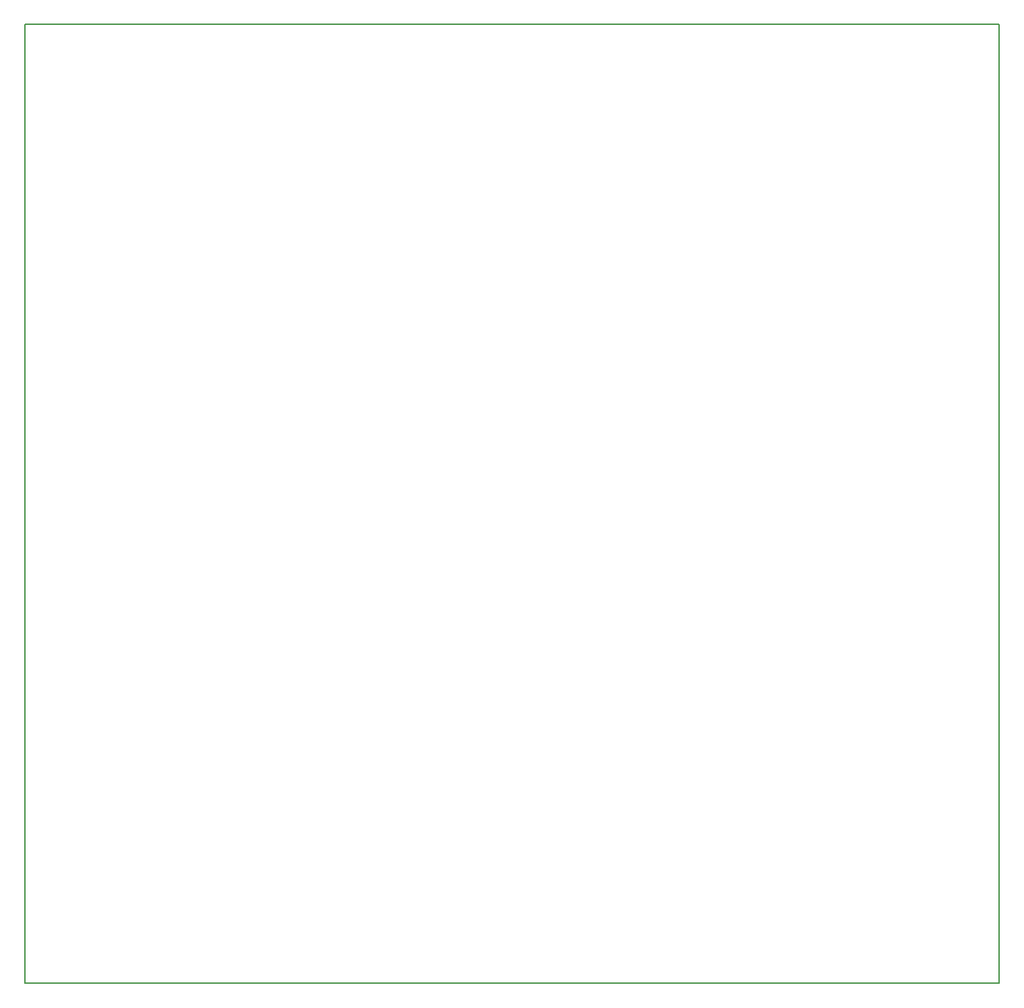
<source format=gm1>
G04 #@! TF.FileFunction,Profile,NP*
%FSLAX46Y46*%
G04 Gerber Fmt 4.6, Leading zero omitted, Abs format (unit mm)*
G04 Created by KiCad (PCBNEW 4.0.2-stable) date 2021 June 25, Friday 00:46:03*
%MOMM*%
G01*
G04 APERTURE LIST*
%ADD10C,0.100000*%
%ADD11C,0.150000*%
G04 APERTURE END LIST*
D10*
D11*
X131191000Y-129413000D02*
X12065000Y-129413000D01*
X12065000Y-12065000D02*
X131191000Y-12065000D01*
X12065000Y-129413000D02*
X12065000Y-12065000D01*
X131191000Y-129413000D02*
X131191000Y-12065000D01*
M02*

</source>
